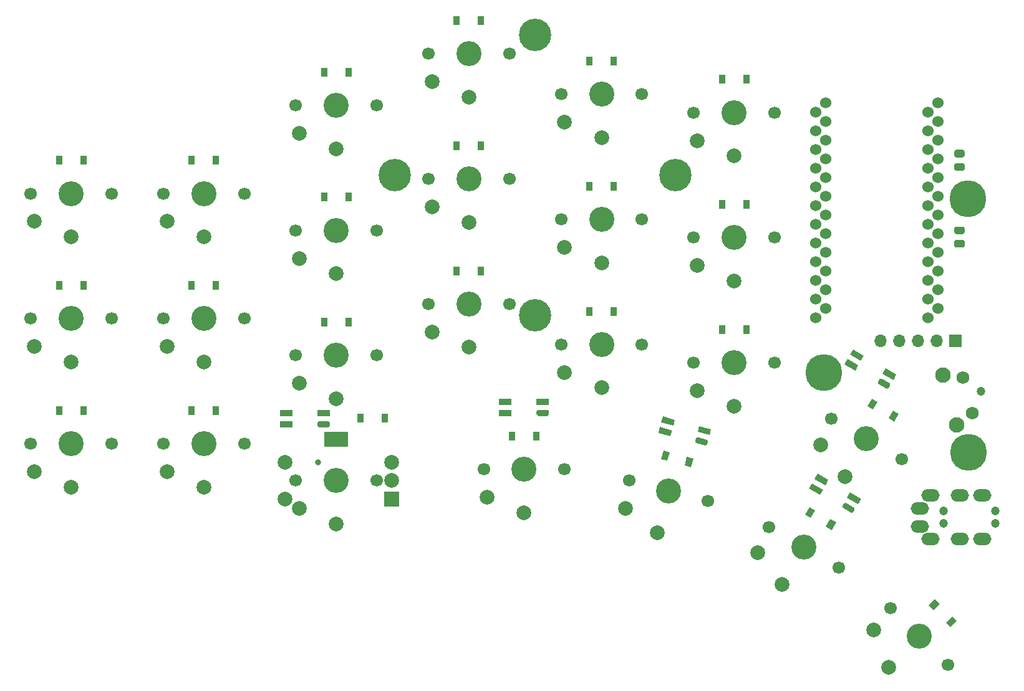
<source format=gbr>
%TF.GenerationSoftware,KiCad,Pcbnew,(5.1.10-1-10_14)*%
%TF.CreationDate,2021-09-20T15:17:19-07:00*%
%TF.ProjectId,redwood,72656477-6f6f-4642-9e6b-696361645f70,rev?*%
%TF.SameCoordinates,Original*%
%TF.FileFunction,Soldermask,Bot*%
%TF.FilePolarity,Negative*%
%FSLAX46Y46*%
G04 Gerber Fmt 4.6, Leading zero omitted, Abs format (unit mm)*
G04 Created by KiCad (PCBNEW (5.1.10-1-10_14)) date 2021-09-20 15:17:19*
%MOMM*%
%LPD*%
G01*
G04 APERTURE LIST*
%ADD10R,0.900000X1.200000*%
%ADD11C,0.800000*%
%ADD12C,2.000000*%
%ADD13R,3.200000X2.000000*%
%ADD14R,2.000000X2.000000*%
%ADD15C,1.700000*%
%ADD16C,3.400000*%
%ADD17C,0.100000*%
%ADD18R,1.700000X0.820000*%
%ADD19R,1.700000X1.700000*%
%ADD20O,1.700000X1.700000*%
%ADD21C,5.000000*%
%ADD22C,1.524000*%
%ADD23C,1.200000*%
%ADD24C,2.100000*%
%ADD25C,1.750000*%
%ADD26O,2.500000X1.700000*%
%ADD27C,4.400000*%
G04 APERTURE END LIST*
D10*
%TO.C,D6*%
X139250000Y-115000000D03*
X142550000Y-115000000D03*
%TD*%
D11*
%TO.C,K20*%
X133500000Y-121000000D03*
D12*
X129000000Y-126000000D03*
D13*
X136000000Y-117900000D03*
D12*
X129000000Y-121000000D03*
D14*
X143500000Y-126000000D03*
D12*
X143500000Y-121000000D03*
X143500000Y-123500000D03*
X131000000Y-127300000D03*
X136000000Y-129400000D03*
D15*
X130500000Y-123500000D03*
X141500000Y-123500000D03*
D16*
X136000000Y-123500000D03*
%TD*%
D17*
%TO.C,K24*%
G36*
X220231516Y-142569928D02*
G01*
X219382988Y-143418456D01*
X218746592Y-142782060D01*
X219595120Y-141933532D01*
X220231516Y-142569928D01*
G37*
G36*
X217898064Y-140236476D02*
G01*
X217049536Y-141085004D01*
X216413140Y-140448608D01*
X217261668Y-139600080D01*
X217898064Y-140236476D01*
G37*
D12*
X208917808Y-143842720D03*
X210968417Y-148863179D03*
D15*
X211251260Y-140802161D03*
X219029435Y-148580336D03*
D16*
X215140347Y-144691249D03*
%TD*%
D17*
%TO.C,K23*%
G36*
X203846929Y-129183191D02*
G01*
X203246929Y-130222421D01*
X202467507Y-129772421D01*
X203067507Y-128733191D01*
X203846929Y-129183191D01*
G37*
G36*
X200989045Y-127533191D02*
G01*
X200389045Y-128572421D01*
X199609623Y-128122421D01*
X200209623Y-127083191D01*
X200989045Y-127533191D01*
G37*
D12*
X193248149Y-133340817D03*
X196528276Y-137659470D03*
D15*
X194715136Y-129799920D03*
X204241416Y-135299920D03*
D16*
X199478276Y-132549920D03*
%TD*%
D17*
%TO.C,K22*%
G36*
X184458422Y-120503964D02*
G01*
X184147839Y-121663075D01*
X183278506Y-121430138D01*
X183589089Y-120271027D01*
X184458422Y-120503964D01*
G37*
G36*
X181270866Y-119649862D02*
G01*
X180960283Y-120808973D01*
X180090950Y-120576036D01*
X180401533Y-119416925D01*
X181270866Y-119649862D01*
G37*
D12*
X175296859Y-127263089D03*
X179582968Y-130585629D03*
D15*
X175797408Y-123463161D03*
X186422592Y-126310171D03*
D16*
X181110000Y-124886666D03*
%TD*%
D10*
%TO.C,K21*%
X163150000Y-117500000D03*
X159850000Y-117500000D03*
D12*
X156500000Y-125800000D03*
X161500000Y-127900000D03*
D15*
X156000000Y-122000000D03*
X167000000Y-122000000D03*
D16*
X161500000Y-122000000D03*
%TD*%
D17*
%TO.C,K19*%
G36*
X212346929Y-114460759D02*
G01*
X211746929Y-115499989D01*
X210967507Y-115049989D01*
X211567507Y-114010759D01*
X212346929Y-114460759D01*
G37*
G36*
X209489045Y-112810759D02*
G01*
X208889045Y-113849989D01*
X208109623Y-113399989D01*
X208709623Y-112360759D01*
X209489045Y-112810759D01*
G37*
D12*
X201748149Y-118618385D03*
X205028276Y-122937038D03*
D15*
X203215136Y-115077488D03*
X212741416Y-120577488D03*
D16*
X207978276Y-117827488D03*
%TD*%
D10*
%TO.C,K18*%
X191650000Y-103000000D03*
X188350000Y-103000000D03*
D12*
X185000000Y-111300000D03*
X190000000Y-113400000D03*
D15*
X184500000Y-107500000D03*
X195500000Y-107500000D03*
D16*
X190000000Y-107500000D03*
%TD*%
D10*
%TO.C,K17*%
X173650000Y-100500000D03*
X170350000Y-100500000D03*
D12*
X167000000Y-108800000D03*
X172000000Y-110900000D03*
D15*
X166500000Y-105000000D03*
X177500000Y-105000000D03*
D16*
X172000000Y-105000000D03*
%TD*%
D10*
%TO.C,K16*%
X155650000Y-95000000D03*
X152350000Y-95000000D03*
D12*
X149000000Y-103300000D03*
X154000000Y-105400000D03*
D15*
X148500000Y-99500000D03*
X159500000Y-99500000D03*
D16*
X154000000Y-99500000D03*
%TD*%
D10*
%TO.C,K15*%
X137650000Y-102000000D03*
X134350000Y-102000000D03*
D12*
X131000000Y-110300000D03*
X136000000Y-112400000D03*
D15*
X130500000Y-106500000D03*
X141500000Y-106500000D03*
D16*
X136000000Y-106500000D03*
%TD*%
D10*
%TO.C,K14*%
X119650000Y-114000000D03*
X116350000Y-114000000D03*
D12*
X113000000Y-122300000D03*
X118000000Y-124400000D03*
D15*
X112500000Y-118500000D03*
X123500000Y-118500000D03*
D16*
X118000000Y-118500000D03*
%TD*%
D10*
%TO.C,K13*%
X101650000Y-114000000D03*
X98350000Y-114000000D03*
D12*
X95000000Y-122300000D03*
X100000000Y-124400000D03*
D15*
X94500000Y-118500000D03*
X105500000Y-118500000D03*
D16*
X100000000Y-118500000D03*
%TD*%
D10*
%TO.C,K12*%
X191650000Y-86000000D03*
X188350000Y-86000000D03*
D12*
X185000000Y-94300000D03*
X190000000Y-96400000D03*
D15*
X184500000Y-90500000D03*
X195500000Y-90500000D03*
D16*
X190000000Y-90500000D03*
%TD*%
D10*
%TO.C,K11*%
X173650000Y-83500000D03*
X170350000Y-83500000D03*
D12*
X167000000Y-91800000D03*
X172000000Y-93900000D03*
D15*
X166500000Y-88000000D03*
X177500000Y-88000000D03*
D16*
X172000000Y-88000000D03*
%TD*%
D10*
%TO.C,K10*%
X155650000Y-78000000D03*
X152350000Y-78000000D03*
D12*
X149000000Y-86300000D03*
X154000000Y-88400000D03*
D15*
X148500000Y-82500000D03*
X159500000Y-82500000D03*
D16*
X154000000Y-82500000D03*
%TD*%
D10*
%TO.C,K9*%
X137650000Y-85000000D03*
X134350000Y-85000000D03*
D12*
X131000000Y-93300000D03*
X136000000Y-95400000D03*
D15*
X130500000Y-89500000D03*
X141500000Y-89500000D03*
D16*
X136000000Y-89500000D03*
%TD*%
D10*
%TO.C,K8*%
X119650000Y-97000000D03*
X116350000Y-97000000D03*
D12*
X113000000Y-105300000D03*
X118000000Y-107400000D03*
D15*
X112500000Y-101500000D03*
X123500000Y-101500000D03*
D16*
X118000000Y-101500000D03*
%TD*%
D10*
%TO.C,K7*%
X101650000Y-97000000D03*
X98350000Y-97000000D03*
D12*
X95000000Y-105300000D03*
X100000000Y-107400000D03*
D15*
X94500000Y-101500000D03*
X105500000Y-101500000D03*
D16*
X100000000Y-101500000D03*
%TD*%
D10*
%TO.C,K6*%
X191650000Y-69000000D03*
X188350000Y-69000000D03*
D12*
X185000000Y-77300000D03*
X190000000Y-79400000D03*
D15*
X184500000Y-73500000D03*
X195500000Y-73500000D03*
D16*
X190000000Y-73500000D03*
%TD*%
D10*
%TO.C,K5*%
X173650000Y-66500000D03*
X170350000Y-66500000D03*
D12*
X167000000Y-74800000D03*
X172000000Y-76900000D03*
D15*
X166500000Y-71000000D03*
X177500000Y-71000000D03*
D16*
X172000000Y-71000000D03*
%TD*%
D10*
%TO.C,K4*%
X155650000Y-61000000D03*
X152350000Y-61000000D03*
D12*
X149000000Y-69300000D03*
X154000000Y-71400000D03*
D15*
X148500000Y-65500000D03*
X159500000Y-65500000D03*
D16*
X154000000Y-65500000D03*
%TD*%
D10*
%TO.C,K3*%
X137650000Y-68000000D03*
X134350000Y-68000000D03*
D12*
X131000000Y-76300000D03*
X136000000Y-78400000D03*
D15*
X130500000Y-72500000D03*
X141500000Y-72500000D03*
D16*
X136000000Y-72500000D03*
%TD*%
D10*
%TO.C,K2*%
X119650000Y-80000000D03*
X116350000Y-80000000D03*
D12*
X113000000Y-88300000D03*
X118000000Y-90400000D03*
D15*
X112500000Y-84500000D03*
X123500000Y-84500000D03*
D16*
X118000000Y-84500000D03*
%TD*%
D10*
%TO.C,K1*%
X101650000Y-80000000D03*
X98350000Y-80000000D03*
D12*
X95000000Y-88300000D03*
X100000000Y-90400000D03*
D15*
X94500000Y-84500000D03*
X105500000Y-84500000D03*
D16*
X100000000Y-84500000D03*
%TD*%
D18*
%TO.C,D5*%
X129180000Y-114360000D03*
X129180000Y-115860000D03*
X134280000Y-114360000D03*
G36*
G01*
X133430000Y-116065000D02*
X133430000Y-115655000D01*
G75*
G02*
X133635000Y-115450000I205000J0D01*
G01*
X134925000Y-115450000D01*
G75*
G02*
X135130000Y-115655000I0J-205000D01*
G01*
X135130000Y-116065000D01*
G75*
G02*
X134925000Y-116270000I-205000J0D01*
G01*
X133635000Y-116270000D01*
G75*
G02*
X133430000Y-116065000I0J205000D01*
G01*
G37*
%TD*%
%TO.C,D4*%
X158936067Y-112827196D03*
X158936067Y-114327196D03*
X164036067Y-112827196D03*
G36*
G01*
X163186067Y-114532196D02*
X163186067Y-114122196D01*
G75*
G02*
X163391067Y-113917196I205000J0D01*
G01*
X164681067Y-113917196D01*
G75*
G02*
X164886067Y-114122196I0J-205000D01*
G01*
X164886067Y-114532196D01*
G75*
G02*
X164681067Y-114737196I-205000J0D01*
G01*
X163391067Y-114737196D01*
G75*
G02*
X163186067Y-114532196I0J205000D01*
G01*
G37*
%TD*%
D17*
%TO.C,D3*%
G36*
X180117521Y-115584367D02*
G01*
X180329753Y-114792308D01*
X181971827Y-115232301D01*
X181759595Y-116024360D01*
X180117521Y-115584367D01*
G37*
G36*
X179729293Y-117033256D02*
G01*
X179941525Y-116241197D01*
X181583599Y-116681190D01*
X181371367Y-117473249D01*
X179729293Y-117033256D01*
G37*
G36*
X185043743Y-116904344D02*
G01*
X185255975Y-116112285D01*
X186898049Y-116552278D01*
X186685817Y-117344337D01*
X185043743Y-116904344D01*
G37*
G36*
G01*
X184708573Y-118155219D02*
X184814689Y-117759189D01*
G75*
G02*
X185065762Y-117614232I198015J-53058D01*
G01*
X186311806Y-117948108D01*
G75*
G02*
X186456763Y-118199181I-53058J-198015D01*
G01*
X186350647Y-118595211D01*
G75*
G02*
X186099574Y-118740168I-198015J53058D01*
G01*
X184853530Y-118406292D01*
G75*
G02*
X184708573Y-118155219I53058J198015D01*
G01*
G37*
%TD*%
%TO.C,D2*%
G36*
X200924931Y-123293430D02*
G01*
X201334931Y-122583290D01*
X202807175Y-123433290D01*
X202397175Y-124143430D01*
X200924931Y-123293430D01*
G37*
G36*
X200174931Y-124592468D02*
G01*
X200584931Y-123882328D01*
X202057175Y-124732328D01*
X201647175Y-125442468D01*
X200174931Y-124592468D01*
G37*
G36*
X205341661Y-125843430D02*
G01*
X205751661Y-125133290D01*
X207223905Y-125983290D01*
X206813905Y-126693430D01*
X205341661Y-125843430D01*
G37*
G36*
G01*
X204694162Y-126964933D02*
X204899162Y-126609863D01*
G75*
G02*
X205179197Y-126534828I177535J-102500D01*
G01*
X206296369Y-127179828D01*
G75*
G02*
X206371404Y-127459863I-102500J-177535D01*
G01*
X206166404Y-127814933D01*
G75*
G02*
X205886369Y-127889968I-177535J102500D01*
G01*
X204769197Y-127244968D01*
G75*
G02*
X204694162Y-126964933I102500J177535D01*
G01*
G37*
%TD*%
%TO.C,D1*%
G36*
X205746969Y-106417949D02*
G01*
X206156969Y-105707809D01*
X207629213Y-106557809D01*
X207219213Y-107267949D01*
X205746969Y-106417949D01*
G37*
G36*
X204996969Y-107716987D02*
G01*
X205406969Y-107006847D01*
X206879213Y-107856847D01*
X206469213Y-108566987D01*
X204996969Y-107716987D01*
G37*
G36*
X210163699Y-108967949D02*
G01*
X210573699Y-108257809D01*
X212045943Y-109107809D01*
X211635943Y-109817949D01*
X210163699Y-108967949D01*
G37*
G36*
G01*
X209516200Y-110089452D02*
X209721200Y-109734382D01*
G75*
G02*
X210001235Y-109659347I177535J-102500D01*
G01*
X211118407Y-110304347D01*
G75*
G02*
X211193442Y-110584382I-102500J-177535D01*
G01*
X210988442Y-110939452D01*
G75*
G02*
X210708407Y-111014487I-177535J102500D01*
G01*
X209591235Y-110369487D01*
G75*
G02*
X209516200Y-110089452I102500J177535D01*
G01*
G37*
%TD*%
D19*
%TO.C,J1*%
X220055000Y-104550000D03*
D20*
X217515000Y-104550000D03*
X214975000Y-104550000D03*
X212435000Y-104550000D03*
X209895000Y-104550000D03*
D21*
X221725000Y-85200000D03*
%TD*%
D22*
%TO.C,U1*%
X216350000Y-73422000D03*
X216350000Y-75962000D03*
X216350000Y-78502000D03*
X216350000Y-81042000D03*
X216350000Y-83582000D03*
X216350000Y-86122000D03*
X216350000Y-88662000D03*
X216350000Y-91202000D03*
X216350000Y-93742000D03*
X216350000Y-96282000D03*
X216350000Y-98822000D03*
X216350000Y-101362000D03*
X201110000Y-101362000D03*
X201110000Y-98822000D03*
X201110000Y-96282000D03*
X201110000Y-93742000D03*
X201110000Y-91202000D03*
X201110000Y-88662000D03*
X201110000Y-86122000D03*
X201110000Y-83582000D03*
X201110000Y-81042000D03*
X201110000Y-78502000D03*
X201110000Y-75962000D03*
X201110000Y-73422000D03*
X217656400Y-72152000D03*
X217656400Y-74692000D03*
X217656400Y-77232000D03*
X217656400Y-79772000D03*
X217656400Y-82312000D03*
X217656400Y-84852000D03*
X217656400Y-87392000D03*
X217656400Y-89932000D03*
X217656400Y-92472000D03*
X217656400Y-95012000D03*
X217656400Y-97552000D03*
X217656400Y-100092000D03*
X202436400Y-100092000D03*
X202436400Y-97552000D03*
X202436400Y-95012000D03*
X202436400Y-92472000D03*
X202436400Y-89932000D03*
X202436400Y-87392000D03*
X202436400Y-84852000D03*
X202436400Y-82312000D03*
X202436400Y-79772000D03*
X202436400Y-77232000D03*
X202436400Y-74692000D03*
X202436400Y-72152000D03*
%TD*%
D21*
%TO.C,H2*%
X202200000Y-108795000D03*
X221800000Y-119670000D03*
%TD*%
%TO.C,R2*%
G36*
G01*
X220150100Y-78565000D02*
X221049900Y-78565000D01*
G75*
G02*
X221300000Y-78815100I0J-250100D01*
G01*
X221300000Y-79339900D01*
G75*
G02*
X221049900Y-79590000I-250100J0D01*
G01*
X220150100Y-79590000D01*
G75*
G02*
X219900000Y-79339900I0J250100D01*
G01*
X219900000Y-78815100D01*
G75*
G02*
X220150100Y-78565000I250100J0D01*
G01*
G37*
G36*
G01*
X220150100Y-80390000D02*
X221049900Y-80390000D01*
G75*
G02*
X221300000Y-80640100I0J-250100D01*
G01*
X221300000Y-81164900D01*
G75*
G02*
X221049900Y-81415000I-250100J0D01*
G01*
X220150100Y-81415000D01*
G75*
G02*
X219900000Y-81164900I0J250100D01*
G01*
X219900000Y-80640100D01*
G75*
G02*
X220150100Y-80390000I250100J0D01*
G01*
G37*
%TD*%
%TO.C,R1*%
G36*
G01*
X221049900Y-91835000D02*
X220150100Y-91835000D01*
G75*
G02*
X219900000Y-91584900I0J250100D01*
G01*
X219900000Y-91060100D01*
G75*
G02*
X220150100Y-90810000I250100J0D01*
G01*
X221049900Y-90810000D01*
G75*
G02*
X221300000Y-91060100I0J-250100D01*
G01*
X221300000Y-91584900D01*
G75*
G02*
X221049900Y-91835000I-250100J0D01*
G01*
G37*
G36*
G01*
X221049900Y-90010000D02*
X220150100Y-90010000D01*
G75*
G02*
X219900000Y-89759900I0J250100D01*
G01*
X219900000Y-89235100D01*
G75*
G02*
X220150100Y-88985000I250100J0D01*
G01*
X221049900Y-88985000D01*
G75*
G02*
X221300000Y-89235100I0J-250100D01*
G01*
X221300000Y-89759900D01*
G75*
G02*
X221049900Y-90010000I-250100J0D01*
G01*
G37*
%TD*%
D23*
%TO.C,SW1*%
X223541966Y-111400470D03*
D24*
X218386026Y-109158534D03*
D25*
X221050000Y-109480000D03*
X222344095Y-114309629D03*
D24*
X220200347Y-115929674D03*
%TD*%
D26*
%TO.C,J2*%
X215180000Y-127260000D03*
X216680000Y-131460000D03*
X220680000Y-131460000D03*
X223680000Y-131460000D03*
D23*
X218480000Y-129360000D03*
X225480000Y-129360000D03*
D26*
X220680000Y-125510000D03*
X223680000Y-125510000D03*
X215180000Y-129710000D03*
X216680000Y-125510000D03*
D23*
X225480000Y-127610000D03*
X218480000Y-127610000D03*
%TD*%
D27*
%TO.C,H1*%
X143960000Y-81960000D03*
X163010000Y-101010000D03*
X182060000Y-81960000D03*
X163010000Y-62910000D03*
%TD*%
M02*

</source>
